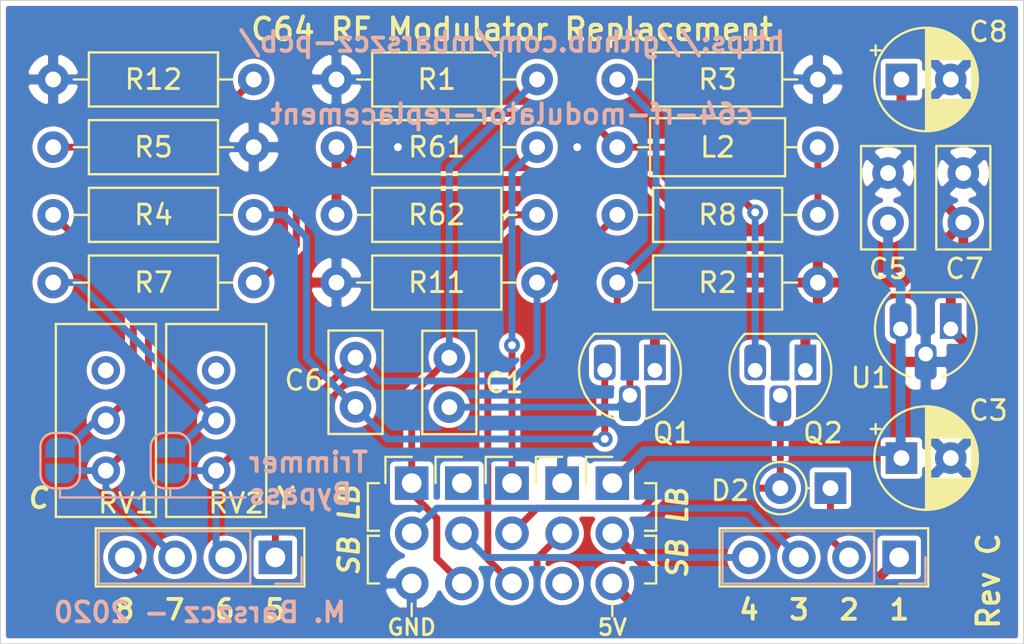
<source format=kicad_pcb>
(kicad_pcb (version 20171130) (host pcbnew "(5.1.5)-3")
  (layers (0 F.Cu signal) (31 B.Cu signal) (34 B.Paste user) (35 F.Paste user) (36 B.SilkS user) (37 F.SilkS user) (38 B.Mask user) (39 F.Mask user) (44 Edge.Cuts user))
  (net 0 "")
  (net 1 "Net-(C1-Pad2)")
  (net 2 GND)
  (net 3 9VUnreg)
  (net 4 "Net-(C6-Pad1)")
  (net 5 5V)
  (net 6 R6)
  (net 7 LumaIn)
  (net 8 "Net-(J1-Pad4)")
  (net 9 "Net-(J1-Pad3)")
  (net 10 "Net-(J1-Pad1)")
  (net 11 "Net-(J2-Pad4)")
  (net 12 ChromaOut)
  (net 13 LumaOut)
  (net 14 CompositeOut)
  (net 15 ChromaIn)
  (net 16 "Net-(JP5-Pad3)")
  (net 17 "Net-(JP5-Pad1)")
  (net 18 "Net-(L2-Pad1)")
  (net 19 "Net-(JP6-Pad1)")
  (net 20 "Net-(L2-Pad2)")
  (net 21 "Net-(JP7-Pad1)")
  (module Potentiometer_THT:Potentiometer_Bourns_3296W_Vertical (layer F.Cu) (at 190.2587 123.19 90)
    (fp_text reference RV2 (at -6.731 1.016 180) (layer F.SilkS))
    (fp_text value 220)
    (pad 3 thru_hole circle (at -5.08 0 90) (size 1.44 1.44) (drill 0.8) (layers *.Cu *.Mask) (net 13 LumaOut))
    (pad 2 thru_hole circle (at -2.54 0 90) (size 1.44 1.44) (drill 0.8) (layers *.Cu *.Mask) (net 21 "Net-(JP7-Pad1)"))
    (pad 1 thru_hole circle (at 0 0 90) (size 1.44 1.44) (drill 0.8) (layers *.Cu *.Mask))
  )
  (module Potentiometer_THT:Potentiometer_Bourns_3296W_Vertical (layer F.Cu) (at 184.6707 123.19 90)
    (fp_text reference RV1 (at -6.731 1.016 180) (layer F.SilkS))
    (fp_text value 1K)
    (pad 3 thru_hole circle (at -5.08 0 90) (size 1.44 1.44) (drill 0.8) (layers *.Cu *.Mask) (net 12 ChromaOut))
    (pad 2 thru_hole circle (at -2.54 0 90) (size 1.44 1.44) (drill 0.8) (layers *.Cu *.Mask) (net 19 "Net-(JP6-Pad1)"))
    (pad 1 thru_hole circle (at 0 0 90) (size 1.44 1.44) (drill 0.8) (layers *.Cu *.Mask))
  )
  (module Jumper:SolderJumper-2_P1.3mm_Open_RoundedPad1.0x1.5mm (layer B.Cu) (at 187.9473 127.762 270)
    (fp_text reference JP7 hide)
    (fp_text value "RV2 Bypass")
    (pad 2 smd custom (at 0.65 0 270) (size 1 0.5) (layers B.Cu B.Mask) (net 13 LumaOut) (options (clearance outline) (anchor rect)) (primitives (gr_circle (center 0 -0.25) (end 0.5 -0.25) (width 0)) (gr_circle (center 0 0.25) (end 0.5 0.25) (width 0)) (gr_poly (pts (xy 0 0.75) (xy -0.5 0.75) (xy -0.5 -0.75) (xy 0 -0.75)) (width 0))))
    (pad 1 smd custom (at -0.65 0 270) (size 1 0.5) (layers B.Cu B.Mask) (net 21 "Net-(JP7-Pad1)") (options (clearance outline) (anchor rect)) (primitives (gr_circle (center 0 -0.25) (end 0.5 -0.25) (width 0)) (gr_circle (center 0 0.25) (end 0.5 0.25) (width 0)) (gr_poly (pts (xy 0 0.75) (xy 0.5 0.75) (xy 0.5 -0.75) (xy 0 -0.75)) (width 0))))
  )
  (module Jumper:SolderJumper-2_P1.3mm_Open_RoundedPad1.0x1.5mm (layer B.Cu) (at 182.3593 127.762 270)
    (fp_text reference JP6 hide)
    (fp_text value "RV1 Bypass")
    (pad 2 smd custom (at 0.65 0 270) (size 1 0.5) (layers B.Cu B.Mask) (net 12 ChromaOut) (options (clearance outline) (anchor rect)) (primitives (gr_circle (center 0 -0.25) (end 0.5 -0.25) (width 0)) (gr_circle (center 0 0.25) (end 0.5 0.25) (width 0)) (gr_poly (pts (xy 0 0.75) (xy -0.5 0.75) (xy -0.5 -0.75) (xy 0 -0.75)) (width 0))))
    (pad 1 smd custom (at -0.65 0 270) (size 1 0.5) (layers B.Cu B.Mask) (net 19 "Net-(JP6-Pad1)") (options (clearance outline) (anchor rect)) (primitives (gr_circle (center 0 -0.25) (end 0.5 -0.25) (width 0)) (gr_circle (center 0 0.25) (end 0.5 0.25) (width 0)) (gr_poly (pts (xy 0 0.75) (xy 0.5 0.75) (xy 0.5 -0.75) (xy 0 -0.75)) (width 0))))
  )
  (module Resistor_THT:R_Axial_DIN0207_L6.3mm_D2.5mm_P10.16mm_Horizontal (layer F.Cu) (at 210.5787 108.458)
    (fp_text reference R3 (at 5.08 0) (layer F.SilkS))
    (fp_text value 5.6K)
    (pad 2 thru_hole oval (at 10.16 0) (size 1.6 1.6) (drill 0.8) (layers *.Cu *.Mask) (net 2 GND))
    (pad 1 thru_hole circle (at 0 0) (size 1.6 1.6) (drill 0.8) (layers *.Cu *.Mask) (net 1 "Net-(C1-Pad2)"))
  )
  (module Resistor_THT:R_Axial_DIN0207_L6.3mm_D2.5mm_P10.16mm_Horizontal (layer F.Cu) (at 192.1637 108.458 180)
    (fp_text reference R12 (at 5.08 0) (layer F.SilkS))
    (fp_text value 150)
    (pad 2 thru_hole oval (at 10.16 0 180) (size 1.6 1.6) (drill 0.8) (layers *.Cu *.Mask) (net 2 GND))
    (pad 1 thru_hole circle (at 0 0 180) (size 1.6 1.6) (drill 0.8) (layers *.Cu *.Mask) (net 13 LumaOut))
  )
  (module Resistor_THT:R_Axial_DIN0207_L6.3mm_D2.5mm_P10.16mm_Horizontal (layer F.Cu) (at 182.0037 118.745)
    (fp_text reference R7 (at 5.08 0) (layer F.SilkS))
    (fp_text value 75)
    (pad 2 thru_hole oval (at 10.16 0) (size 1.6 1.6) (drill 0.8) (layers *.Cu *.Mask) (net 18 "Net-(L2-Pad1)"))
    (pad 1 thru_hole circle (at 0 0) (size 1.6 1.6) (drill 0.8) (layers *.Cu *.Mask) (net 21 "Net-(JP7-Pad1)"))
  )
  (module "C64 RF Modulator Replacement:PinHeader_1x03_P2.54mm_Vertical-NoSilk" (layer F.Cu) (at 205.2447 128.905)
    (fp_text reference JP5 hide)
    (fp_text value Jumper_3_Open)
    (pad 1 thru_hole rect (at 0 0) (size 1.7 1.7) (drill 1) (layers *.Cu *.Mask) (net 17 "Net-(JP5-Pad1)"))
    (pad 2 thru_hole oval (at 0 2.54) (size 1.7 1.7) (drill 1) (layers *.Cu *.Mask) (net 6 R6))
    (pad 3 thru_hole oval (at 0 5.08) (size 1.7 1.7) (drill 1) (layers *.Cu *.Mask) (net 16 "Net-(JP5-Pad3)"))
  )
  (module "C64 RF Modulator Replacement:PinHeader_1x03_P2.54mm_Vertical-NoSilk" (layer F.Cu) (at 207.7847 128.905)
    (fp_text reference JP4 hide)
    (fp_text value Jumper_3_Open)
    (pad 3 thru_hole oval (at 0 5.08) (size 1.7 1.7) (drill 1) (layers *.Cu *.Mask))
    (pad 2 thru_hole oval (at 0 2.54) (size 1.7 1.7) (drill 1) (layers *.Cu *.Mask) (net 11 "Net-(J2-Pad4)"))
    (pad 1 thru_hole rect (at 0 0) (size 1.7 1.7) (drill 1) (layers *.Cu *.Mask) (net 2 GND))
  )
  (module "C64 RF Modulator Replacement:PinHeader_1x03_P2.54mm_Vertical-NoSilk" (layer F.Cu) (at 202.7047 128.905)
    (fp_text reference JP3 hide)
    (fp_text value Jumper_3_Open)
    (pad 3 thru_hole oval (at 0 5.08) (size 1.7 1.7) (drill 1) (layers *.Cu *.Mask) (net 15 ChromaIn))
    (pad 2 thru_hole oval (at 0 2.54) (size 1.7 1.7) (drill 1) (layers *.Cu *.Mask) (net 8 "Net-(J1-Pad4)"))
    (pad 1 thru_hole rect (at 0 0) (size 1.7 1.7) (drill 1) (layers *.Cu *.Mask))
  )
  (module "C64 RF Modulator Replacement:PinHeader_1x03_P2.54mm_Vertical-NoSilk" (layer F.Cu) (at 200.1647 128.905)
    (fp_text reference JP2 hide)
    (fp_text value Jumper_3_Open)
    (pad 1 thru_hole rect (at 0 0) (size 1.7 1.7) (drill 1) (layers *.Cu *.Mask) (net 15 ChromaIn))
    (pad 2 thru_hole oval (at 0 2.54) (size 1.7 1.7) (drill 1) (layers *.Cu *.Mask) (net 9 "Net-(J1-Pad3)"))
    (pad 3 thru_hole oval (at 0 5.08) (size 1.7 1.7) (drill 1) (layers *.Cu *.Mask) (net 2 GND))
  )
  (module "C64 RF Modulator Replacement:PinHeader_1x03_P2.54mm_Vertical-NoSilk" (layer F.Cu) (at 210.3247 128.905)
    (fp_text reference JP1 hide)
    (fp_text value Jumper_3_Open)
    (pad 1 thru_hole rect (at 0 0) (size 1.7 1.7) (drill 1) (layers *.Cu *.Mask) (net 3 9VUnreg))
    (pad 2 thru_hole oval (at 0 2.54) (size 1.7 1.7) (drill 1) (layers *.Cu *.Mask) (net 10 "Net-(J1-Pad1)"))
    (pad 3 thru_hole oval (at 0 5.08) (size 1.7 1.7) (drill 1) (layers *.Cu *.Mask) (net 5 5V))
  )
  (module Resistor_THT:R_Axial_DIN0207_L6.3mm_D2.5mm_P10.16mm_Horizontal (layer F.Cu) (at 206.5147 108.458 180)
    (fp_text reference R1 (at 5.08 0) (layer F.SilkS))
    (fp_text value 1K)
    (pad 2 thru_hole oval (at 10.16 0 180) (size 1.6 1.6) (drill 0.8) (layers *.Cu *.Mask) (net 2 GND))
    (pad 1 thru_hole circle (at 0 0 180) (size 1.6 1.6) (drill 0.8) (layers *.Cu *.Mask) (net 15 ChromaIn))
  )
  (module Capacitor_THT:C_Disc_D5.0mm_W2.5mm_P2.50mm (layer F.Cu) (at 197.3199 125.0442 90)
    (fp_text reference C6 (at 1.3462 -2.6162) (layer F.SilkS))
    (fp_text value 68pF)
    (pad 2 thru_hole circle (at 2.5 0 90) (size 1.6 1.6) (drill 0.8) (layers *.Cu *.Mask) (net 14 CompositeOut))
    (pad 1 thru_hole circle (at 0 0 90) (size 1.6 1.6) (drill 0.8) (layers *.Cu *.Mask) (net 4 "Net-(C6-Pad1)"))
  )
  (module Connector_PinHeader_2.54mm:PinHeader_1x04_P2.54mm_Vertical (layer B.Cu) (at 224.85588 132.6632 90)
    (fp_text reference J1 hide)
    (fp_text value Conn_01x04_Male)
    (pad 1 thru_hole rect (at 0 0 90) (size 1.7 1.7) (drill 1) (layers *.Cu *.Mask) (net 10 "Net-(J1-Pad1)"))
    (pad 2 thru_hole oval (at 0 -2.54 90) (size 1.7 1.7) (drill 1) (layers *.Cu *.Mask) (net 7 LumaIn))
    (pad 3 thru_hole oval (at 0 -5.08 90) (size 1.7 1.7) (drill 1) (layers *.Cu *.Mask) (net 9 "Net-(J1-Pad3)"))
    (pad 4 thru_hole oval (at 0 -7.62 90) (size 1.7 1.7) (drill 1) (layers *.Cu *.Mask) (net 8 "Net-(J1-Pad4)"))
  )
  (module Diode_THT:D_DO-35_SOD27_P2.54mm_Vertical_KathodeUp (layer F.Cu) (at 221.3737 129.159 180)
    (fp_text reference D2 (at 5.08 -0.127) (layer F.SilkS))
    (fp_text value 1N4148)
    (pad 2 thru_hole oval (at 2.54 0 180) (size 1.6 1.6) (drill 0.8) (layers *.Cu *.Mask) (net 6 R6))
    (pad 1 thru_hole rect (at 0 0 180) (size 1.6 1.6) (drill 0.8) (layers *.Cu *.Mask) (net 7 LumaIn))
  )
  (module Package_TO_SOT_THT:TO-92_HandSolder (layer F.Cu) (at 227.4697 121.0945 180)
    (fp_text reference U1 (at 4.064 -2.4765) (layer F.SilkS))
    (fp_text value 78L05 hide)
    (pad 2 thru_hole roundrect (at 1.27 -1.27 180) (size 1.1 1.8) (drill 0.75 (offset 0 -0.4)) (layers *.Cu *.Mask) (net 2 GND))
    (pad 3 thru_hole roundrect (at 2.54 0 180) (size 1.1 1.8) (drill 0.75 (offset 0 0.4)) (layers *.Cu *.Mask) (net 3 9VUnreg))
    (pad 1 thru_hole rect (at 0 0 180) (size 1.1 1.8) (drill 0.75 (offset 0 0.4)) (layers *.Cu *.Mask) (net 5 5V))
  )
  (module Package_TO_SOT_THT:TO-92_HandSolder (layer F.Cu) (at 220.1037 123.19 180)
    (fp_text reference Q2 (at -0.889 -3.175) (layer F.SilkS))
    (fp_text value BC547)
    (pad 1 thru_hole rect (at 0 0 180) (size 1.1 1.8) (drill 0.75 (offset 0 0.4)) (layers *.Cu *.Mask) (net 5 5V))
    (pad 3 thru_hole roundrect (at 2.54 0 180) (size 1.1 1.8) (drill 0.75 (offset 0 0.4)) (layers *.Cu *.Mask) (net 18 "Net-(L2-Pad1)"))
    (pad 2 thru_hole roundrect (at 1.27 -1.27 180) (size 1.1 1.8) (drill 0.75 (offset 0 -0.4)) (layers *.Cu *.Mask) (net 6 R6))
  )
  (module Package_TO_SOT_THT:TO-92_HandSolder (layer F.Cu) (at 212.4837 123.19 180)
    (fp_text reference Q1 (at -0.889 -3.175) (layer F.SilkS))
    (fp_text value BC547)
    (pad 1 thru_hole rect (at 0 0 180) (size 1.1 1.8) (drill 0.75 (offset 0 0.4)) (layers *.Cu *.Mask) (net 5 5V))
    (pad 3 thru_hole roundrect (at 2.54 0 180) (size 1.1 1.8) (drill 0.75 (offset 0 0.4)) (layers *.Cu *.Mask) (net 4 "Net-(C6-Pad1)"))
    (pad 2 thru_hole roundrect (at 1.27 -1.27 180) (size 1.1 1.8) (drill 0.75 (offset 0 -0.4)) (layers *.Cu *.Mask) (net 1 "Net-(C1-Pad2)"))
  )
  (module Resistor_THT:R_Axial_DIN0207_L6.3mm_D2.5mm_P10.16mm_Horizontal (layer F.Cu) (at 206.5147 115.316 180)
    (fp_text reference R62 (at 5.08 0) (layer F.SilkS))
    (fp_text value 1K)
    (pad 2 thru_hole oval (at 10.16 0 180) (size 1.6 1.6) (drill 0.8) (layers *.Cu *.Mask) (net 5 5V))
    (pad 1 thru_hole circle (at 0 0 180) (size 1.6 1.6) (drill 0.8) (layers *.Cu *.Mask) (net 16 "Net-(JP5-Pad3)"))
  )
  (module Resistor_THT:R_Axial_DIN0207_L6.3mm_D2.5mm_P10.16mm_Horizontal (layer F.Cu) (at 206.5147 111.887 180)
    (fp_text reference R61 (at 5.08 0) (layer F.SilkS))
    (fp_text value 470)
    (pad 2 thru_hole oval (at 10.16 0 180) (size 1.6 1.6) (drill 0.8) (layers *.Cu *.Mask) (net 5 5V))
    (pad 1 thru_hole circle (at 0 0 180) (size 1.6 1.6) (drill 0.8) (layers *.Cu *.Mask) (net 17 "Net-(JP5-Pad1)"))
  )
  (module Resistor_THT:R_Axial_DIN0207_L6.3mm_D2.5mm_P10.16mm_Horizontal (layer F.Cu) (at 206.5147 118.745 180)
    (fp_text reference R11 (at 5.08 0) (layer F.SilkS))
    (fp_text value 150 hide)
    (pad 2 thru_hole oval (at 10.16 0 180) (size 1.6 1.6) (drill 0.8) (layers *.Cu *.Mask) (net 2 GND))
    (pad 1 thru_hole circle (at 0 0 180) (size 1.6 1.6) (drill 0.8) (layers *.Cu *.Mask) (net 14 CompositeOut))
  )
  (module Resistor_THT:R_Axial_DIN0207_L6.3mm_D2.5mm_P10.16mm_Horizontal (layer F.Cu) (at 210.5787 115.316)
    (fp_text reference R8 (at 5.08 0) (layer F.SilkS))
    (fp_text value 150)
    (pad 2 thru_hole oval (at 10.16 0) (size 1.6 1.6) (drill 0.8) (layers *.Cu *.Mask) (net 20 "Net-(L2-Pad2)"))
    (pad 1 thru_hole circle (at 0 0) (size 1.6 1.6) (drill 0.8) (layers *.Cu *.Mask) (net 14 CompositeOut))
  )
  (module Resistor_THT:R_Axial_DIN0207_L6.3mm_D2.5mm_P10.16mm_Horizontal (layer F.Cu) (at 182.0037 111.887)
    (fp_text reference R5 (at 5.08 0) (layer F.SilkS))
    (fp_text value 220)
    (pad 2 thru_hole oval (at 10.16 0) (size 1.6 1.6) (drill 0.8) (layers *.Cu *.Mask) (net 2 GND))
    (pad 1 thru_hole circle (at 0 0) (size 1.6 1.6) (drill 0.8) (layers *.Cu *.Mask) (net 12 ChromaOut))
  )
  (module Resistor_THT:R_Axial_DIN0207_L6.3mm_D2.5mm_P10.16mm_Horizontal (layer F.Cu) (at 182.0037 115.316)
    (fp_text reference R4 (at 5.08 0) (layer F.SilkS))
    (fp_text value 68)
    (pad 1 thru_hole circle (at 0 0) (size 1.6 1.6) (drill 0.8) (layers *.Cu *.Mask) (net 19 "Net-(JP6-Pad1)"))
    (pad 2 thru_hole oval (at 10.16 0) (size 1.6 1.6) (drill 0.8) (layers *.Cu *.Mask) (net 4 "Net-(C6-Pad1)"))
  )
  (module Resistor_THT:R_Axial_DIN0207_L6.3mm_D2.5mm_P10.16mm_Horizontal (layer F.Cu) (at 220.7387 118.745 180)
    (fp_text reference R2 (at 5.08 0) (layer F.SilkS))
    (fp_text value 3.3K)
    (pad 2 thru_hole oval (at 10.16 0 180) (size 1.6 1.6) (drill 0.8) (layers *.Cu *.Mask) (net 1 "Net-(C1-Pad2)"))
    (pad 1 thru_hole circle (at 0 0 180) (size 1.6 1.6) (drill 0.8) (layers *.Cu *.Mask) (net 5 5V))
  )
  (module Inductor_THT:L_Axial_L6.6mm_D2.7mm_P10.16mm_Horizontal_Vishay_IM-2 (layer F.Cu) (at 210.5787 111.887)
    (fp_text reference L2 (at 5.08 0) (layer F.SilkS))
    (fp_text value 10uH)
    (pad 2 thru_hole oval (at 10.16 0) (size 1.6 1.6) (drill 0.8) (layers *.Cu *.Mask) (net 20 "Net-(L2-Pad2)"))
    (pad 1 thru_hole circle (at 0 0) (size 1.6 1.6) (drill 0.8) (layers *.Cu *.Mask) (net 18 "Net-(L2-Pad1)"))
  )
  (module Connector_PinHeader_2.54mm:PinHeader_1x04_P2.54mm_Vertical (layer B.Cu) (at 193.25828 132.6632 90)
    (fp_text reference J2 hide)
    (fp_text value Conn_01x04_Male)
    (pad 1 thru_hole rect (at 0 0 90) (size 1.7 1.7) (drill 1) (layers *.Cu *.Mask) (net 14 CompositeOut))
    (pad 2 thru_hole oval (at 0 -2.54 90) (size 1.7 1.7) (drill 1) (layers *.Cu *.Mask) (net 13 LumaOut))
    (pad 3 thru_hole oval (at 0 -5.08 90) (size 1.7 1.7) (drill 1) (layers *.Cu *.Mask) (net 12 ChromaOut))
    (pad 4 thru_hole oval (at 0 -7.62 90) (size 1.7 1.7) (drill 1) (layers *.Cu *.Mask) (net 11 "Net-(J2-Pad4)"))
  )
  (module Capacitor_THT:CP_Radial_D5.0mm_P2.50mm (layer F.Cu) (at 224.9697 108.458)
    (fp_text reference C8 (at 4.405 -2.413) (layer F.SilkS))
    (fp_text value 10uF)
    (pad 2 thru_hole circle (at 2.5 0) (size 1.6 1.6) (drill 0.8) (layers *.Cu *.Mask) (net 2 GND))
    (pad 1 thru_hole rect (at 0 0) (size 1.6 1.6) (drill 0.8) (layers *.Cu *.Mask) (net 5 5V))
  )
  (module Capacitor_THT:C_Disc_D5.0mm_W2.5mm_P2.50mm (layer F.Cu) (at 228.1047 115.697 90)
    (fp_text reference C7 (at -2.3495 0.0635 180) (layer F.SilkS))
    (fp_text value 0.1uF)
    (pad 1 thru_hole circle (at 0 0 90) (size 1.6 1.6) (drill 0.8) (layers *.Cu *.Mask) (net 5 5V))
    (pad 2 thru_hole circle (at 2.5 0 90) (size 1.6 1.6) (drill 0.8) (layers *.Cu *.Mask) (net 2 GND))
  )
  (module Capacitor_THT:C_Disc_D5.0mm_W2.5mm_P2.50mm (layer F.Cu) (at 224.2947 115.697 90)
    (fp_text reference C5 (at -2.3495 0 180) (layer F.SilkS))
    (fp_text value 0.33uF)
    (pad 1 thru_hole circle (at 0 0 90) (size 1.6 1.6) (drill 0.8) (layers *.Cu *.Mask) (net 3 9VUnreg))
    (pad 2 thru_hole circle (at 2.5 0 90) (size 1.6 1.6) (drill 0.8) (layers *.Cu *.Mask) (net 2 GND))
  )
  (module Capacitor_THT:CP_Radial_D5.0mm_P2.50mm (layer F.Cu) (at 224.9697 127.635)
    (fp_text reference C3 (at 4.405 -2.413) (layer F.SilkS))
    (fp_text value 10uF)
    (pad 2 thru_hole circle (at 2.5 0) (size 1.6 1.6) (drill 0.8) (layers *.Cu *.Mask) (net 2 GND))
    (pad 1 thru_hole rect (at 0 0) (size 1.6 1.6) (drill 0.8) (layers *.Cu *.Mask) (net 3 9VUnreg))
  )
  (module Capacitor_THT:C_Disc_D5.0mm_W2.5mm_P2.50mm (layer F.Cu) (at 202.0697 122.555 270)
    (fp_text reference C1 (at 1.27 -2.794 180) (layer F.SilkS))
    (fp_text value 330pF)
    (pad 1 thru_hole circle (at 0 0 270) (size 1.6 1.6) (drill 0.8) (layers *.Cu *.Mask) (net 15 ChromaIn))
    (pad 2 thru_hole circle (at 2.5 0 270) (size 1.6 1.6) (drill 0.8) (layers *.Cu *.Mask) (net 1 "Net-(C1-Pad2)"))
  )
  (gr_text c64-rf-modulator-replacement (at 205.2447 110.2106) (layer B.SilkS) (effects (font (size 1 1) (thickness 0.2)) (justify mirror)))
  (gr_text 5V (at 210.3247 136.2075) (layer F.SilkS) (effects (font (size 0.8 0.8))))
  (gr_line (start 210.3247 135.636) (end 210.3247 135.001) (layer F.SilkS) (width 0.12))
  (gr_line (start 182.3466 129.6289) (end 182.3466 129.1844) (layer B.SilkS) (width 0.12))
  (gr_line (start 191.7446 129.6289) (end 182.3466 129.6289) (layer B.SilkS) (width 0.12))
  (gr_line (start 187.9346 129.6289) (end 187.9346 129.1844) (layer B.SilkS) (width 0.12))
  (gr_text "Trimmer\nBypass" (at 191.7954 128.651) (layer B.SilkS) (effects (font (size 1 1) (thickness 0.2)) (justify right mirror)))
  (gr_text C (at 181.2417 129.667) (layer F.SilkS) (effects (font (size 1 1) (thickness 0.2) italic)))
  (gr_line (start 194.7291 134.1374) (end 184.1627 134.1374) (layer F.SilkS) (width 0.12))
  (gr_line (start 184.1627 131.191) (end 194.7291 131.191) (layer F.SilkS) (width 0.12))
  (gr_line (start 184.1627 134.1374) (end 184.1627 131.191) (layer F.SilkS) (width 0.12))
  (gr_line (start 194.7291 131.191) (end 194.7291 134.1374) (layer F.SilkS) (width 0.12))
  (gr_line (start 215.7603 134.1374) (end 215.7603 131.191) (layer F.SilkS) (width 0.12))
  (gr_line (start 226.3267 134.1374) (end 215.7603 134.1374) (layer F.SilkS) (width 0.12))
  (gr_line (start 226.3267 131.191) (end 226.3267 134.1374) (layer F.SilkS) (width 0.12))
  (gr_line (start 215.7603 131.191) (end 226.3267 131.191) (layer F.SilkS) (width 0.12))
  (gr_text Y (at 193.6877 129.667) (layer F.SilkS) (effects (font (size 1 1) (thickness 0.2) italic)))
  (gr_line (start 179.3367 137.033) (end 179.3367 104.4575) (layer Edge.Cuts) (width 0.05))
  (gr_text https://github.com/mbarszcz-pcb/ (at 205.2447 106.553) (layer B.SilkS) (effects (font (size 1 1) (thickness 0.2)) (justify mirror)))
  (gr_text LB (at 196.9897 129.921 90) (layer F.SilkS) (effects (font (size 1 1) (thickness 0.2) italic)))
  (gr_text SB (at 196.9897 132.588 90) (layer F.SilkS) (effects (font (size 1 1) (thickness 0.2) italic)))
  (gr_text "Rev C" (at 229.3747 133.858 90) (layer F.SilkS) (effects (font (size 1.1 1.1) (thickness 0.2))))
  (gr_text "C64 RF Modulator Replacement" (at 205.2447 105.918) (layer F.SilkS) (effects (font (size 1.1 1.1) (thickness 0.2))))
  (gr_line (start 231.1527 137.033) (end 231.1527 104.4575) (layer Edge.Cuts) (width 0.05))
  (gr_text "M. Barszcz - 2020" (at 189.4332 135.4455) (layer B.SilkS) (effects (font (size 1 1) (thickness 0.2)) (justify mirror)))
  (gr_text 8 (at 185.6232 135.3185) (layer F.SilkS) (effects (font (size 1 1) (thickness 0.2))))
  (gr_text 7 (at 188.1632 135.3185) (layer F.SilkS) (effects (font (size 1 1) (thickness 0.2))))
  (gr_text 6 (at 190.7032 135.3185) (layer F.SilkS) (effects (font (size 1 1) (thickness 0.2))))
  (gr_text 5 (at 193.2432 135.3185) (layer F.SilkS) (effects (font (size 1 1) (thickness 0.2))))
  (gr_text 1 (at 224.8662 135.3185) (layer F.SilkS) (effects (font (size 1 1) (thickness 0.2))))
  (gr_text 2 (at 222.3262 135.3185) (layer F.SilkS) (effects (font (size 1 1) (thickness 0.2))))
  (gr_text 3 (at 219.7862 135.3185) (layer F.SilkS) (effects (font (size 1 1) (thickness 0.2))))
  (gr_text 4 (at 217.2462 135.3185) (layer F.SilkS) (effects (font (size 1 1) (thickness 0.2))))
  (gr_line (start 212.5472 131.572) (end 212.5472 133.985) (layer F.SilkS) (width 0.12))
  (gr_line (start 212.5472 131.572) (end 211.9757 131.572) (layer F.SilkS) (width 0.12))
  (gr_line (start 212.5472 133.985) (end 211.9757 133.985) (layer F.SilkS) (width 0.12))
  (gr_line (start 212.5472 128.905) (end 212.5472 131.318) (layer F.SilkS) (width 0.12))
  (gr_line (start 211.9757 128.905) (end 212.5472 128.905) (layer F.SilkS) (width 0.12))
  (gr_line (start 212.5472 131.318) (end 211.9757 131.318) (layer F.SilkS) (width 0.12))
  (gr_line (start 198.5137 131.572) (end 197.9422 131.572) (layer F.SilkS) (width 0.12))
  (gr_line (start 197.9422 131.572) (end 197.9422 133.985) (layer F.SilkS) (width 0.12))
  (gr_line (start 198.5137 133.985) (end 197.9422 133.985) (layer F.SilkS) (width 0.12))
  (gr_line (start 198.5137 131.318) (end 197.9422 131.318) (layer F.SilkS) (width 0.12))
  (gr_line (start 197.9422 128.905) (end 198.5137 128.905) (layer F.SilkS) (width 0.12))
  (gr_line (start 197.9422 128.905) (end 197.9422 131.318) (layer F.SilkS) (width 0.12))
  (gr_text SB (at 213.6267 132.715 90) (layer F.SilkS) (effects (font (size 1 1) (thickness 0.2) italic)))
  (gr_text LB (at 213.6267 130.048 90) (layer F.SilkS) (effects (font (size 1 1) (thickness 0.2) italic)))
  (gr_text GND (at 200.1647 136.2075) (layer F.SilkS) (effects (font (size 0.8 0.8))))
  (gr_line (start 200.1647 135.636) (end 200.1647 135.001) (layer F.SilkS) (width 0.12))
  (gr_line (start 179.3367 104.4575) (end 231.1527 104.4575) (layer Edge.Cuts) (width 0.05))
  (gr_line (start 179.3367 137.033) (end 231.1527 137.033) (layer Edge.Cuts) (width 0.05))
  (segment (start 210.5787 119.0225) (end 210.5787 118.745) (width 0.35) (layer B.Cu) (net 1))
  (segment (start 210.8962 118.745) (end 210.5787 118.745) (width 0.35) (layer F.Cu) (net 1))
  (segment (start 212.5472 110.4265) (end 210.5787 108.458) (width 0.35) (layer B.Cu) (net 1))
  (segment (start 210.5787 118.745) (end 212.5472 116.7765) (width 0.35) (layer B.Cu) (net 1))
  (segment (start 212.5472 116.7765) (end 212.5472 110.4265) (width 0.35) (layer B.Cu) (net 1))
  (segment (start 211.2137 120.51137) (end 211.2137 124.46) (width 0.35) (layer F.Cu) (net 1))
  (segment (start 210.5787 119.87637) (end 211.2137 120.51137) (width 0.35) (layer F.Cu) (net 1))
  (segment (start 210.5787 118.745) (end 210.5787 119.87637) (width 0.35) (layer F.Cu) (net 1))
  (segment (start 210.6187 125.055) (end 202.0697 125.055) (width 0.35) (layer B.Cu) (net 1))
  (segment (start 211.2137 124.46) (end 210.6187 125.055) (width 0.35) (layer B.Cu) (net 1))
  (via (at 208.5467 111.887) (size 0.8) (drill 0.4) (layers F.Cu B.Cu) (net 2))
  (via (at 199.4662 111.887) (size 0.8) (drill 0.4) (layers F.Cu B.Cu) (net 2))
  (segment (start 224.9697 121.071) (end 224.9297 121.031) (width 0.5) (layer B.Cu) (net 3))
  (segment (start 224.9297 118.872) (end 224.2947 118.237) (width 0.5) (layer B.Cu) (net 3))
  (segment (start 224.2947 118.237) (end 224.2947 115.697) (width 0.5) (layer B.Cu) (net 3))
  (segment (start 224.9697 127.635) (end 224.9297 127.595) (width 0.5) (layer B.Cu) (net 3))
  (segment (start 224.9297 127.595) (end 224.9297 118.872) (width 0.5) (layer B.Cu) (net 3))
  (segment (start 224.6141 127.2794) (end 224.9697 127.635) (width 0.5) (layer B.Cu) (net 3))
  (segment (start 210.3247 128.905) (end 211.9503 127.2794) (width 0.5) (layer B.Cu) (net 3))
  (segment (start 211.9503 127.2794) (end 224.6141 127.2794) (width 0.5) (layer B.Cu) (net 3))
  (via (at 209.9437 126.669802) (size 0.8) (drill 0.4) (layers F.Cu B.Cu) (net 4))
  (segment (start 209.9437 123.19) (end 209.9437 126.669802) (width 0.35) (layer F.Cu) (net 4))
  (segment (start 197.3199 125.0442) (end 198.945502 126.669802) (width 0.35) (layer B.Cu) (net 4))
  (segment (start 198.945502 126.669802) (end 209.9437 126.669802) (width 0.35) (layer B.Cu) (net 4))
  (segment (start 194.8307 122.555) (end 197.3199 125.0442) (width 0.35) (layer B.Cu) (net 4))
  (segment (start 192.1637 115.316) (end 193.6877 115.316) (width 0.35) (layer B.Cu) (net 4))
  (segment (start 194.8307 116.459) (end 194.8307 122.555) (width 0.35) (layer B.Cu) (net 4))
  (segment (start 193.6877 115.316) (end 194.8307 116.459) (width 0.35) (layer B.Cu) (net 4))
  (segment (start 196.3547 115.316) (end 196.3547 111.887) (width 0.5) (layer F.Cu) (net 5))
  (segment (start 227.5967 121.158) (end 227.4697 121.158) (width 0.5) (layer F.Cu) (net 5))
  (segment (start 228.1047 118.1735) (end 227.4697 118.8085) (width 0.5) (layer F.Cu) (net 5))
  (segment (start 220.1037 120.777) (end 220.1037 123.19) (width 0.5) (layer F.Cu) (net 5))
  (segment (start 220.7387 118.745) (end 220.7387 120.142) (width 0.5) (layer F.Cu) (net 5))
  (segment (start 220.7387 120.142) (end 220.1037 120.777) (width 0.5) (layer F.Cu) (net 5))
  (segment (start 212.4837 121.158) (end 214.8967 118.745) (width 0.5) (layer F.Cu) (net 5))
  (segment (start 212.4837 123.19) (end 212.4837 121.158) (width 0.5) (layer F.Cu) (net 5))
  (segment (start 214.9602 118.745) (end 214.8967 118.745) (width 0.5) (layer F.Cu) (net 5))
  (segment (start 214.8967 118.745) (end 220.7387 118.745) (width 0.5) (layer F.Cu) (net 5))
  (segment (start 228.1047 118.1735) (end 228.1047 115.697) (width 0.5) (layer F.Cu) (net 5))
  (segment (start 225.0567 118.745) (end 228.1047 115.697) (width 0.5) (layer F.Cu) (net 5))
  (segment (start 220.7387 118.745) (end 225.0567 118.745) (width 0.5) (layer F.Cu) (net 5))
  (segment (start 227.4697 118.8085) (end 227.4697 121.0945) (width 0.5) (layer F.Cu) (net 5))
  (segment (start 229.4382 123.063) (end 227.4697 121.0945) (width 0.5) (layer F.Cu) (net 5))
  (segment (start 229.4382 131.5085) (end 229.4382 123.063) (width 0.5) (layer F.Cu) (net 5))
  (segment (start 225.8187 135.128) (end 229.4382 131.5085) (width 0.5) (layer F.Cu) (net 5))
  (segment (start 210.3247 133.985) (end 211.4677 135.128) (width 0.5) (layer F.Cu) (net 5))
  (segment (start 211.4677 135.128) (end 225.8187 135.128) (width 0.5) (layer F.Cu) (net 5))
  (segment (start 226.1997 113.792) (end 228.1047 115.697) (width 0.5) (layer F.Cu) (net 5))
  (segment (start 226.1997 110.8964) (end 226.1997 113.792) (width 0.5) (layer F.Cu) (net 5))
  (segment (start 224.9697 108.458) (end 224.9697 109.6664) (width 0.5) (layer F.Cu) (net 5))
  (segment (start 224.9697 109.6664) (end 226.1997 110.8964) (width 0.5) (layer F.Cu) (net 5))
  (segment (start 215.5317 116.9035) (end 220.0402 116.9035) (width 0.5) (layer F.Cu) (net 5))
  (segment (start 220.0402 116.9035) (end 220.7387 117.602) (width 0.5) (layer F.Cu) (net 5))
  (segment (start 212.2297 113.6015) (end 215.5317 116.9035) (width 0.5) (layer F.Cu) (net 5))
  (segment (start 196.3547 111.887) (end 198.0692 113.6015) (width 0.5) (layer F.Cu) (net 5))
  (segment (start 220.7387 117.602) (end 220.7387 118.745) (width 0.5) (layer F.Cu) (net 5))
  (segment (start 198.0692 113.6015) (end 212.2297 113.6015) (width 0.5) (layer F.Cu) (net 5))
  (segment (start 206.5147 130.175) (end 205.2447 131.445) (width 0.35) (layer F.Cu) (net 6))
  (segment (start 211.8487 130.175) (end 206.5147 130.175) (width 0.35) (layer F.Cu) (net 6))
  (segment (start 218.8337 129.159) (end 212.8647 129.159) (width 0.35) (layer F.Cu) (net 6))
  (segment (start 212.8647 129.159) (end 211.8487 130.175) (width 0.35) (layer F.Cu) (net 6))
  (segment (start 218.8337 129.159) (end 218.8337 124.46) (width 0.35) (layer F.Cu) (net 6))
  (segment (start 221.3737 131.72102) (end 221.3737 129.159) (width 0.35) (layer F.Cu) (net 7))
  (segment (start 222.31588 132.6632) (end 221.3737 131.72102) (width 0.35) (layer F.Cu) (net 7))
  (segment (start 203.929701 132.670001) (end 202.7047 131.445) (width 0.35) (layer B.Cu) (net 8))
  (segment (start 217.23588 132.6632) (end 217.229079 132.670001) (width 0.35) (layer B.Cu) (net 8))
  (segment (start 217.229079 132.670001) (end 203.929701 132.670001) (width 0.35) (layer B.Cu) (net 8))
  (segment (start 201.4347 130.175) (end 200.1647 131.445) (width 0.35) (layer B.Cu) (net 9))
  (segment (start 219.77588 132.6632) (end 217.28768 130.175) (width 0.35) (layer B.Cu) (net 9))
  (segment (start 217.28768 130.175) (end 201.4347 130.175) (width 0.35) (layer B.Cu) (net 9))
  (segment (start 224.85588 132.78882) (end 224.85588 132.6632) (width 0.35) (layer F.Cu) (net 10))
  (segment (start 223.15308 134.366) (end 224.85588 132.6632) (width 0.5) (layer F.Cu) (net 10))
  (segment (start 213.2457 134.366) (end 210.3247 131.445) (width 0.5) (layer F.Cu) (net 10))
  (segment (start 223.15308 134.366) (end 213.2457 134.366) (width 0.5) (layer F.Cu) (net 10))
  (segment (start 185.63828 132.6632) (end 188.35708 135.382) (width 0.35) (layer F.Cu) (net 11))
  (segment (start 204.3557 135.382) (end 204.644702 135.382) (width 0.35) (layer F.Cu) (net 11))
  (segment (start 188.35708 135.382) (end 204.3557 135.382) (width 0.35) (layer F.Cu) (net 11))
  (segment (start 206.5147 134.528002) (end 205.660702 135.382) (width 0.35) (layer F.Cu) (net 11))
  (segment (start 205.660702 135.382) (end 204.3557 135.382) (width 0.35) (layer F.Cu) (net 11))
  (segment (start 206.5147 132.715) (end 206.5147 134.528002) (width 0.35) (layer F.Cu) (net 11))
  (segment (start 207.7847 131.445) (end 206.5147 132.715) (width 0.35) (layer F.Cu) (net 11))
  (segment (start 188.2267 132.61478) (end 188.17828 132.6632) (width 0.35) (layer F.Cu) (net 12))
  (segment (start 184.6707 129.15562) (end 184.6707 128.27) (width 0.35) (layer B.Cu) (net 12))
  (segment (start 188.17828 132.6632) (end 184.6707 129.15562) (width 0.35) (layer B.Cu) (net 12))
  (segment (start 182.3997 128.27) (end 182.2577 128.412) (width 0.35) (layer B.Cu) (net 12))
  (segment (start 182.5013 128.27) (end 182.3593 128.412) (width 0.35) (layer B.Cu) (net 12))
  (segment (start 184.6707 128.27) (end 182.5013 128.27) (width 0.35) (layer B.Cu) (net 12))
  (segment (start 185.390699 127.550001) (end 184.6707 128.27) (width 0.35) (layer F.Cu) (net 12))
  (segment (start 186.8297 115.189) (end 186.8297 126.111) (width 0.35) (layer F.Cu) (net 12))
  (segment (start 182.0037 111.887) (end 183.5277 111.887) (width 0.35) (layer F.Cu) (net 12))
  (segment (start 186.8297 126.111) (end 185.390699 127.550001) (width 0.35) (layer F.Cu) (net 12))
  (segment (start 183.5277 111.887) (end 186.8297 115.189) (width 0.35) (layer F.Cu) (net 12))
  (segment (start 187.9877 128.27) (end 187.8457 128.412) (width 0.35) (layer B.Cu) (net 13))
  (segment (start 190.2587 132.20362) (end 190.71828 132.6632) (width 0.35) (layer B.Cu) (net 13))
  (segment (start 190.2587 128.27) (end 190.2587 132.20362) (width 0.35) (layer B.Cu) (net 13))
  (segment (start 188.0893 128.27) (end 187.9473 128.412) (width 0.35) (layer B.Cu) (net 13))
  (segment (start 190.2587 128.27) (end 188.0893 128.27) (width 0.35) (layer B.Cu) (net 13))
  (segment (start 191.6557 121.92) (end 190.2587 120.523) (width 0.35) (layer F.Cu) (net 13))
  (segment (start 190.2587 110.363) (end 192.1637 108.458) (width 0.35) (layer F.Cu) (net 13))
  (segment (start 190.2587 128.27) (end 191.6557 126.873) (width 0.35) (layer F.Cu) (net 13))
  (segment (start 190.2587 120.523) (end 190.2587 110.363) (width 0.35) (layer F.Cu) (net 13))
  (segment (start 191.6557 126.873) (end 191.6557 121.92) (width 0.35) (layer F.Cu) (net 13))
  (segment (start 207.0227 118.745) (end 206.5147 118.745) (width 0.35) (layer F.Cu) (net 14))
  (segment (start 206.8957 118.745) (end 206.5147 118.745) (width 0.35) (layer B.Cu) (net 14))
  (segment (start 210.5787 115.316) (end 210.3247 115.316) (width 0.35) (layer B.Cu) (net 14))
  (segment (start 207.1497 118.745) (end 206.5147 118.745) (width 0.35) (layer F.Cu) (net 14))
  (segment (start 210.5787 115.316) (end 207.1497 118.745) (width 0.35) (layer F.Cu) (net 14))
  (segment (start 198.505701 123.730001) (end 197.3199 122.5442) (width 0.35) (layer B.Cu) (net 14))
  (segment (start 205.216707 123.730001) (end 198.505701 123.730001) (width 0.35) (layer B.Cu) (net 14))
  (segment (start 206.5147 122.432008) (end 205.216707 123.730001) (width 0.35) (layer B.Cu) (net 14))
  (segment (start 206.5147 118.745) (end 206.5147 122.432008) (width 0.35) (layer B.Cu) (net 14))
  (segment (start 193.25828 126.60582) (end 193.25828 132.6632) (width 0.35) (layer F.Cu) (net 14))
  (segment (start 197.3199 122.5442) (end 193.25828 126.60582) (width 0.35) (layer F.Cu) (net 14))
  (segment (start 200.1647 128.905) (end 200.1647 129.413) (width 0.35) (layer F.Cu) (net 15))
  (segment (start 206.5147 108.458) (end 202.0697 112.903) (width 0.35) (layer B.Cu) (net 15))
  (segment (start 200.1647 124.46) (end 202.0697 122.555) (width 0.35) (layer F.Cu) (net 15))
  (segment (start 202.0697 112.903) (end 202.0697 122.555) (width 0.35) (layer B.Cu) (net 15))
  (segment (start 201.4347 132.715) (end 202.7047 133.985) (width 0.35) (layer F.Cu) (net 15))
  (segment (start 201.4347 130.683) (end 201.4347 132.715) (width 0.35) (layer F.Cu) (net 15))
  (segment (start 200.1647 129.413) (end 201.4347 130.683) (width 0.35) (layer F.Cu) (net 15))
  (segment (start 200.1647 128.905) (end 200.1647 124.46) (width 0.35) (layer F.Cu) (net 15))
  (segment (start 206.5147 115.316) (end 205.38333 115.316) (width 0.35) (layer F.Cu) (net 16))
  (segment (start 205.2447 133.985) (end 204.019699 132.759999) (width 0.35) (layer F.Cu) (net 16))
  (segment (start 204.019699 116.679631) (end 205.38333 115.316) (width 0.35) (layer F.Cu) (net 16))
  (segment (start 204.019699 132.759999) (end 204.019699 116.679631) (width 0.35) (layer F.Cu) (net 16))
  (via (at 205.2447 121.92) (size 0.8) (drill 0.4) (layers F.Cu B.Cu) (net 17))
  (segment (start 206.5147 111.887) (end 205.2447 113.157) (width 0.35) (layer B.Cu) (net 17))
  (segment (start 205.2447 113.157) (end 205.2447 121.92) (width 0.35) (layer B.Cu) (net 17))
  (segment (start 205.2447 128.905) (end 205.2447 121.92) (width 0.35) (layer F.Cu) (net 17))
  (via (at 217.5637 115.189) (size 0.8) (drill 0.4) (layers F.Cu B.Cu) (net 18))
  (segment (start 217.5002 115.189) (end 217.5637 115.189) (width 0.35) (layer F.Cu) (net 18))
  (segment (start 214.2617 111.887) (end 217.5637 115.189) (width 0.35) (layer F.Cu) (net 18))
  (segment (start 210.5787 111.887) (end 214.2617 111.887) (width 0.35) (layer F.Cu) (net 18))
  (segment (start 217.5637 115.189) (end 217.5637 123.19) (width 0.35) (layer B.Cu) (net 18))
  (segment (start 208.8642 110.1725) (end 210.5787 111.887) (width 0.35) (layer F.Cu) (net 18))
  (segment (start 192.4177 118.745) (end 194.3227 116.84) (width 0.35) (layer F.Cu) (net 18))
  (segment (start 194.3227 111.379) (end 195.5292 110.1725) (width 0.35) (layer F.Cu) (net 18))
  (segment (start 192.1637 118.745) (end 192.4177 118.745) (width 0.35) (layer F.Cu) (net 18))
  (segment (start 194.3227 116.84) (end 194.3227 111.379) (width 0.35) (layer F.Cu) (net 18))
  (segment (start 195.5292 110.1725) (end 208.8642 110.1725) (width 0.35) (layer F.Cu) (net 18))
  (segment (start 184.6707 125.73) (end 184.1627 125.73) (width 0.35) (layer B.Cu) (net 19))
  (segment (start 182.7807 127.112) (end 182.3593 127.112) (width 0.35) (layer B.Cu) (net 19))
  (segment (start 184.1627 125.73) (end 182.7807 127.112) (width 0.35) (layer B.Cu) (net 19))
  (segment (start 182.803699 116.115999) (end 182.0037 115.316) (width 0.35) (layer F.Cu) (net 19))
  (segment (start 186.0677 119.38) (end 182.803699 116.115999) (width 0.35) (layer F.Cu) (net 19))
  (segment (start 184.6707 125.73) (end 186.0677 124.333) (width 0.35) (layer F.Cu) (net 19))
  (segment (start 186.0677 124.333) (end 186.0677 119.38) (width 0.35) (layer F.Cu) (net 19))
  (segment (start 220.7387 111.887) (end 220.7387 115.316) (width 0.35) (layer F.Cu) (net 20))
  (segment (start 188.3687 127.112) (end 187.9473 127.112) (width 0.35) (layer B.Cu) (net 21))
  (segment (start 190.2587 125.73) (end 189.7507 125.73) (width 0.35) (layer B.Cu) (net 21))
  (segment (start 189.7507 125.73) (end 188.3687 127.112) (width 0.35) (layer B.Cu) (net 21))
  (segment (start 182.0037 118.745) (end 183.2737 118.745) (width 0.35) (layer B.Cu) (net 21))
  (segment (start 183.2737 118.745) (end 190.2587 125.73) (width 0.35) (layer B.Cu) (net 21))
  (zone (net 2) (net_name GND) (layer B.Cu) (connect_pads (clearance 0.254)) (min_thickness 0.254) (fill yes (arc_segments 32) (thermal_gap 0.508) (thermal_bridge_width 0.508))
    (polygon (pts (xy 231.1527 137.033) (xy 179.3367 137.033) (xy 179.3367 104.4575) (xy 231.1527 104.4575)))
  )
  (zone (net 2) (net_name GND) (layer F.Cu) (connect_pads (clearance 0.25)) (min_thickness 0.254) (fill yes (arc_segments 32) (thermal_gap 0.508) (thermal_bridge_width 0.508))
    (polygon (pts (xy 231.1527 137.033) (xy 179.3367 137.033) (xy 179.3367 104.4575) (xy 231.1527 104.4575)))
  )
  (zone (net 0) (net_name "") (layer F.Cu) (connect_pads (clearance 0.254)) (min_thickness 0.254)
    (keepout (tracks allowed) (vias allowed) (copperpour not_allowed))
    (fill (arc_segments 32) (thermal_gap 0.508) (thermal_bridge_width 0.508))
    (polygon (pts (xy 201.6887 129.921) (xy 201.1807 129.921) (xy 201.1807 128.143) (xy 201.6887 128.143)))
  )
  (zone (net 0) (net_name "") (layer B.Cu) (connect_pads (clearance 0.254)) (min_thickness 0.254)
    (keepout (tracks allowed) (vias allowed) (copperpour not_allowed))
    (fill (arc_segments 32) (thermal_gap 0.508) (thermal_bridge_width 0.508))
    (polygon (pts (xy 204.2287 133.096) (xy 203.2127 133.096) (xy 203.2127 132.588) (xy 204.2287 132.588)))
  )
)
</source>
